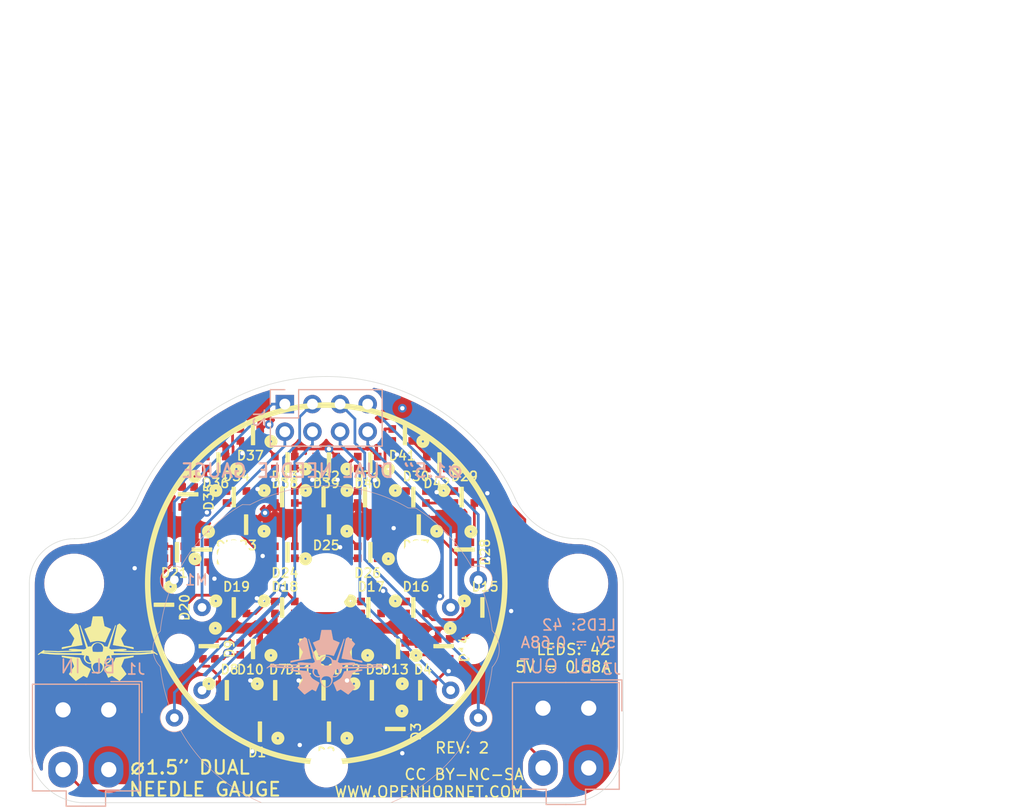
<source format=kicad_pcb>
(kicad_pcb (version 20211014) (generator pcbnew)
  (layers (0 "F.Cu" mixed) (1 "In1.Cu" power) (2 "In2.Cu" power) (31 "B.Cu" mixed) (34 "B.Paste" user) (35 "F.Paste" user) (36 "B.SilkS" user "B.Silkscreen") (37 "F.SilkS" user "F.Silkscreen") (38 "B.Mask" user) (39 "F.Mask" user) (44 "Edge.Cuts" user))
  (net 0 "")
  (net 1 "/COIL4")
  (net 2 "/COIL3")
  (net 3 "/COIL2")
  (net 4 "/COIL1")
  (net 5 "Net-(D1-Pad1)")
  (net 6 "/LED+5V")
  (net 7 "/DIN")
  (net 8 "/LEDGND")
  (net 9 "Net-(D2-Pad1)")
  (net 10 "Net-(D3-Pad1)")
  (net 11 "Net-(D4-Pad1)")
  (net 12 "/DOUT1")
  (net 13 "Net-(D6-Pad1)")
  (net 14 "Net-(D7-Pad1)")
  (net 15 "Net-(D8-Pad1)")
  (net 16 "Net-(D10-Pad3)")
  (net 17 "/DOUT2")
  (net 18 "Net-(D11-Pad1)")
  (net 19 "Net-(D12-Pad1)")
  (net 20 "Net-(D13-Pad1)")
  (net 21 "Net-(D14-Pad1)")
  (net 22 "/DOUT")
  (net 23 "/COIL5")
  (net 24 "/COIL6")
  (net 25 "/COIL7")
  (net 26 "/COIL8")
  (net 27 "Net-(D5-Pad1)")
  (net 28 "Net-(D15-Pad1)")
  (net 29 "Net-(D16-Pad1)")
  (net 30 "Net-(D17-Pad1)")
  (net 31 "Net-(D18-Pad1)")
  (net 32 "Net-(D19-Pad1)")
  (net 33 "Net-(D21-Pad1)")
  (net 34 "Net-(D22-Pad1)")
  (net 35 "Net-(D23-Pad1)")
  (net 36 "Net-(D24-Pad1)")
  (net 37 "Net-(D25-Pad1)")
  (net 38 "Net-(D26-Pad1)")
  (net 39 "Net-(D27-Pad1)")
  (net 40 "Net-(D28-Pad1)")
  (net 41 "Net-(D29-Pad1)")
  (net 42 "/DOUT3")
  (net 43 "Net-(D31-Pad1)")
  (net 44 "Net-(D32-Pad1)")
  (net 45 "Net-(D33-Pad1)")
  (net 46 "Net-(D34-Pad1)")
  (net 47 "Net-(D35-Pad1)")
  (net 48 "Net-(D36-Pad1)")
  (net 49 "Net-(D37-Pad1)")
  (net 50 "Net-(D38-Pad1)")
  (net 51 "Net-(D39-Pad1)")
  (net 52 "/DOUT4")
  (net 53 "Net-(D41-Pad1)")
  (footprint "OH_Footprints:WS2812-2020" (layer "F.Cu") (at 168.222 115.863)
    (fp_text reference "D21")
    (fp_text value "WS2812B-2020" hide)
  )
  (footprint "OH_Footprints:WS2812-2020" (layer "F.Cu") (at 170.762 115.863 90)
    (fp_text reference "D22")
    (fp_text value "WS2812B-2020" hide)
  )
  (footprint "OH_Footprints:WS2812-2020" (layer "F.Cu") (at 174.572 113.323)
    (fp_text reference "D23")
    (fp_text value "WS2812B-2020" hide)
  )
  (footprint "OH_Footprints:WS2812-2020" (layer "F.Cu") (at 178.382 115.863)
    (fp_text reference "D24")
    (fp_text value "WS2812B-2020" hide)
  )
  (footprint "KiCAD Libraries:x40_8798" (layer "F.Cu") (at 182.192 124.753)
    (fp_text reference "M1")
    (fp_text value "X40_8798" hide)
  )
  (footprint "MountingHole:MountingHole_4.5mm" (layer "F.Cu") (at 205.369 118.743)
    (fp_text reference "H2" hide)
    (fp_text value "MountingHole")
  )
  (footprint "MountingHole:MountingHole_4.5mm" (layer "F.Cu") (at 159.014 118.743)
    (fp_text reference "H1" hide)
    (fp_text value "MountingHole")
  )
  (footprint "OH_Footprints:WS2812-2020" (layer "F.Cu") (at 196.797 120.943 180)
    (fp_text reference "D15")
    (fp_text value "WS2812B-2020" hide)
  )
  (footprint "OH_Footprints:WS2812-2020" (layer "F.Cu") (at 175.842 132.373)
    (fp_text reference "D1")
    (fp_text value "WS2812B-2020" hide)
  )
  (footprint "OH_Footprints:WS2812-2020" (layer "F.Cu") (at 182.192 132.373)
    (fp_text reference "D2")
    (fp_text value "WS2812B-2020" hide)
  )
  (footprint "OH_Footprints:WS2812-2020" (layer "F.Cu") (at 188.542 132.373 90)
    (fp_text reference "D3")
    (fp_text value "WS2812B-2020" hide)
  )
  (footprint "OH_Footprints:WS2812-2020" (layer "F.Cu") (at 191.082 128.563 180)
    (fp_text reference "D4")
    (fp_text value "WS2812B-2020" hide)
  )
  (footprint "OH_Footprints:WS2812-2020" (layer "F.Cu") (at 186.637 128.563 180)
    (fp_text reference "D5")
    (fp_text value "WS2812B-2020" hide)
  )
  (footprint "OH_Footprints:WS2812-2020" (layer "F.Cu") (at 182.192 128.563 180)
    (fp_text reference "D6")
    (fp_text value "WS2812B-2020" hide)
  )
  (footprint "OH_Footprints:WS2812-2020" (layer "F.Cu") (at 177.747 128.563 180)
    (fp_text reference "D7")
    (fp_text value "WS2812B-2020" hide)
  )
  (footprint "OH_Footprints:WS2812-2020" (layer "F.Cu") (at 173.302 128.563 180)
    (fp_text reference "D8")
    (fp_text value "WS2812B-2020" hide)
  )
  (footprint "OH_Footprints:WS2812-2020" (layer "F.Cu") (at 171.397 124.753 90)
    (fp_text reference "D9")
    (fp_text value "WS2812B-2020" hide)
  )
  (footprint "OH_Footprints:WS2812-2020" (layer "F.Cu") (at 175.207 124.753)
    (fp_text reference "D10")
    (fp_text value "WS2812B-2020" hide)
  )
  (footprint "OH_Footprints:WS2812-2020" (layer "F.Cu") (at 179.652 124.753)
    (fp_text reference "D11")
    (fp_text value "WS2812B-2020" hide)
  )
  (footprint "OH_Footprints:WS2812-2020" (layer "F.Cu") (at 184.097 124.753)
    (fp_text reference "D12")
    (fp_text value "WS2812B-2020" hide)
  )
  (footprint "OH_Footprints:WS2812-2020" (layer "F.Cu") (at 188.542 124.753)
    (fp_text reference "D13")
    (fp_text value "WS2812B-2020" hide)
  )
  (footprint "OH_Footprints:WS2812-2020" (layer "F.Cu") (at 192.987 124.753 90)
    (fp_text reference "D14")
    (fp_text value "WS2812B-2020" hide)
  )
  (footprint "OH_Footprints:WS2812-2020" (layer "F.Cu") (at 190.447 120.943 180)
    (fp_text reference "D16")
    (fp_text value "WS2812B-2020" hide)
  )
  (footprint "OH_Footprints:WS2812-2020" (layer "F.Cu") (at 178.382 120.943 180)
    (fp_text reference "D18")
    (fp_text value "WS2812B-2020" hide)
  )
  (footprint "OH_Footprints:WS2812-2020" (layer "F.Cu") (at 173.937 120.943 180)
    (fp_text reference "D19")
    (fp_text value "WS2812B-2020" hide)
  )
  (footprint "OH_Footprints:WS2812-2020" (layer "F.Cu") (at 167.269 120.943 90)
    (fp_text reference "D20")
    (fp_text value "WS2812B-2020" hide)
  )
  (footprint "OH_Footprints:WS2812-2020" (layer "F.Cu") (at 186.002 115.863)
    (fp_text reference "D26")
    (fp_text value "WS2812B-2020" hide)
  )
  (footprint "OH_Footprints:WS2812-2020" (layer "F.Cu") (at 190.447 113.323)
    (fp_text reference "D27")
    (fp_text value "WS2812B-2020" hide)
  )
  (footprint "OH_Footprints:WS2812-2020" (layer "F.Cu") (at 194.892 115.863 90)
    (fp_text reference "D28")
    (fp_text value "WS2812B-2020" hide)
  )
  (footprint "OH_Footprints:WS2812-2020" (layer "F.Cu") (at 194.892 110.783 180)
    (fp_text reference "D29")
    (fp_text value "WS2812B-2020" hide)
  )
  (footprint "OH_Footprints:WS2812-2020" (layer "F.Cu") (at 190.447 110.783 180)
    (fp_text reference "D30")
    (fp_text value "WS2812B-2020" hide)
  )
  (footprint "OH_Footprints:WS2812-2020" (layer "F.Cu") (at 182.192 113.323)
    (fp_text reference "D25")
    (fp_text value "WS2812B-2020" hide)
  )
  (footprint "OH_Footprints:WS2812-2020" (layer "F.Cu") (at 186.002 110.783 180)
    (fp_text reference "D31")
    (fp_text value "WS2812B-2020" hide)
  )
  (footprint "OH_Footprints:WS2812-2020" (layer "F.Cu") (at 182.192 110.783 180)
    (fp_text reference "D32")
    (fp_text value "WS2812B-2020" hide)
  )
  (footprint "OH_Footprints:WS2812-2020" (layer "F.Cu") (at 178.382 110.783 180)
    (fp_text reference "D33")
    (fp_text value "WS2812B-2020" hide)
  )
  (footprint "OH_Footprints:WS2812-2020" (layer "F.Cu") (at 173.937 110.783 180)
    (fp_text reference "D34")
    (fp_text value "WS2812B-2020" hide)
  )
  (footprint "OH_Footprints:WS2812-2020" (layer "F.Cu") (at 169.492 110.783 90)
    (fp_text reference "D35")
    (fp_text value "WS2812B-2020" hide)
  )
  (footprint "OH_Footprints:WS2812-2020" (layer "F.Cu") (at 172.032 107.608)
    (fp_text reference "D36")
    (fp_text value "WS2812B-2020" hide)
  )
  (footprint "OH_Footprints:WS2812-2020" (layer "F.Cu") (at 175.207 105.068)
    (fp_text reference "D37")
    (fp_text value "WS2812B-2020" hide)
  )
  (footprint "OH_Footprints:WS2812-2020" (layer "F.Cu") (at 178.382 107.608)
    (fp_text reference "D38")
    (fp_text value "WS2812B-2020" hide)
  )
  (footprint "OH_Footprints:WS2812-2020" (layer "F.Cu") (at 182.192 107.608)
    (fp_text reference "D39")
    (fp_text value "WS2812B-2020" hide)
  )
  (footprint "OH_Footprints:WS2812-2020" (layer "F.Cu") (at 186.002 107.608)
    (fp_text reference "D40")
    (fp_text value "WS2812B-2020" hide)
  )
  (footprint "OH_Footprints:WS2812-2020" (layer "F.Cu") (at 189.177 105.068)
    (fp_text reference "D41")
    (fp_text value "WS2812B-2020" hide)
  )
  (footprint "OH_Footprints:WS2812-2020" (layer "F.Cu") (at 192.352 107.608)
    (fp_text reference "D42")
    (fp_text value "WS2812B-2020" hide)
  )
  (footprint "OH_Footprints:WS2812-2020" (layer "F.Cu") (at 186.319 120.943 180)
    (fp_text reference "D17")
    (fp_text value "WS2812B-2020" hide)
  )
  (footprint "Openhornet:OH_LOGO_ONLY_11x6mm" (layer "F.Cu") (at 161.189341 124.863176)
    (fp_text reference "G***" hide)
    (fp_text value "OH_LOGO_ONLY_11x6mm" hide)
  )
  (footprint "Connector_PinHeader_2.54mm:PinHeader_2x04_P2.54mm_Vertical" (layer "B.Cu") (at 178.382 102.233 -90)
    (fp_text reference "J2")
    (fp_text value "DATA")
  )
  (footprint "OH_Footprints:Molex_Mini-Fit_Jr_5566-04A_2x02_P4.20mm_Vertical" (layer "B.Cu") (at 162.189 130.363 180)
    (fp_text reference "J1")
    (fp_text value "BL IN")
  )
  (footprint "OH_Footprints:Molex_Mini-Fit_Jr_5566-04A_2x02_P4.20mm_Vertical" (layer "B.Cu") (at 206.322 130.21 180)
    (fp_text reference "J3")
    (fp_text value "BL OUT")
  )
  (footprint "Openhornet:OH_LOGO_ONLY_11x6mm" (layer "B.Cu") (at 182.189341 126.113176 180)
    (fp_text reference "G***" hide)
    (fp_text value "OH_LOGO_ONLY_11x6mm" hide)
  )
  (gr_circle (center 182.191841 118.743176) (end 198.612941 118.743176) (layer "F.SilkS") (width 0.5) (fill none))
  (gr_arc (start 164.83636 110.88889) (mid 162.493365 113.603275) (end 159.053518 114.615677) (layer "Edge.Cuts") (width 0.05))
  (gr_arc (start 159.966842 138.909831) (mid 156.37474 137.421933) (end 154.886842 133.829831) (layer "Edge.Cuts") (width 0.05))
  (gr_arc (start 205.369341 114.615677) (mid 208.287924 115.824593) (end 209.49684 118.743176) (layer "Edge.Cuts") (width 0.05))
  (gr_arc (start 209.49684 133.829831) (mid 208.008942 137.421933) (end 204.41684 138.909831) (layer "Edge.Cuts") (width 0.05))
  (gr_line (start 209.49684 118.743176) (end 209.49684 133.829831) (layer "Edge.Cuts") (width 0.05))
  (gr_line (start 159.053518 114.615677) (end 159.014341 114.615677) (layer "Edge.Cuts") (width 0.05))
  (gr_line (start 154.886842 118.743176) (end 154.886842 133.829831) (layer "Edge.Cuts") (width 0.05))
  (gr_arc (start 205.325951 114.615675) (mid 201.886776 113.600991) (end 199.545583 110.885052) (layer "Edge.Cuts") (width 0.05))
  (gr_arc (start 164.836362 110.88889) (mid 182.189735 99.693177) (end 199.545583 110.885052) (layer "Edge.Cuts") (width 0.05))
  (gr_line (start 205.369341 114.615676) (end 205.325951 114.615675) (layer "Edge.Cuts") (width 0.05))
  (gr_arc (start 154.886841 118.743176) (mid 156.095758 115.824593) (end 159.014341 114.615676) (layer "Edge.Cuts") (width 0.05))
  (gr_line (start 159.966842 138.909831) (end 204.41684 138.909831) (layer "Edge.Cuts") (width 0.05))
  (gr_text "⌀1.5” DUAL NEEDLE GAUGE" (at 194.939341 108.363176) (layer "B.SilkS") (effects (font (size 1.25 1.25) (thickness 0.2)) (justify left mirror)))
  (gr_text "LEDS: 42\n5V ⎓ 0.68A" (at 208.939341 123.363176) (layer "B.SilkS") (effects (font (size 1 1)) (justify left mirror)))
  (gr_text "REV: 2" (at 194.689341 133.863176) (layer "F.SilkS") (effects (font (size 1 1))))
  (gr_text "CC BY-NC-SA\nWWW.OPENHORNET.COM" (at 200.439341 137.113176) (layer "F.SilkS") (effects (font (size 1 1)) (justify right)))
  (gr_text "LEDS: 42\n5V ⎓ 0.68A" (at 208.439341 125.613176) (layer "F.SilkS") (effects (font (size 1 1)) (justify right)))
  (gr_text "⌀1.5” DUAL \nNEEDLE GAUGE" (at 163.939341 136.668176) (layer "F.SilkS") (effects (font (size 1.25 1.25) (thickness 0.2)) (justify left)))
  (segment (start 184.826999 103.597999) (end 184.826999 105.817998) (width 0.25) (layer "B.Cu") (net 1))
  (segment (start 196.170576 131.099417) (end 196.170576 127.594411) (width 0.25) (layer "B.Cu") (net 1))
  (segment (start 183.462 102.233) (end 184.826999 103.597999) (width 0.25) (layer "B.Cu") (net 1))
  (segment (start 196.1706 126.9645) (end 196.1706 131.0994) (width 0.25) (layer "B.Cu") (net 1))
  (segment (start 185.7322 106.7232) (end 185.7322 116.5261) (width 0.25) (layer "B.Cu") (net 1))
  (segment (start 184.826999 105.817998) (end 185.7322 106.7232) (width 0.25) (layer "B.Cu") (net 1))
  (segment (start 185.7322 116.5261) (end 196.1706 126.9645) (width 0.25) (layer "B.Cu") (net 1))
  (segment (start 196.170576 112.401576) (end 196.170576 118.399417) (width 0.25) (layer "B.Cu") (net 2))
  (segment (start 186.002 102.233) (end 196.170576 112.401576) (width 0.25) (layer "B.Cu") (net 2))
  (segment (start 179.746999 103.408001) (end 179.746999 105.682602) (width 0.25) (layer "B.Cu") (net 3))
  (segment (start 178.262 118.0598) (end 177.4483 118.8735) (width 0.25) (layer "B.Cu") (net 3))
  (segment (start 180.922 102.233) (end 179.746999 103.408001) (width 0.25) (layer "B.Cu") (net 3))
  (segment (start 177.4483 118.8735) (end 177.4483 119.5582) (width 0.25) (layer "B.Cu") (net 3))
  (segment (start 168.2306 128.7759) (end 168.2306 131.0994) (width 0.25) (layer "B.Cu") (net 3))
  (segment (start 177.4483 119.5582) (end 168.2306 128.7759) (width 0.25) (layer "B.Cu") (net 3))
  (segment (start 179.746999 105.682602) (end 178.262 107.1676) (width 0.25) (layer "B.Cu") (net 3))
  (segment (start 178.262 107.1676) (end 178.262 118.0598) (width 0.25) (layer "B.Cu") (net 3))
  (segment (start 178.382 102.233) (end 177.2067 102.233) (width 0.25) (layer "B.Cu") (net 4))
  (segment (start 168.222 111.2177) (end 168.222 118.393) (width 0.25) (layer "B.Cu") (net 4))
  (segment (start 177.2067 102.233) (end 168.222 111.2177) (width 0.25) (layer "B.Cu") (net 4))
  (segment (start 178.3166 132.923) (end 179.4166 131.823) (width 0.25) (layer "F.Cu") (net 5))
  (segment (start 179.4166 131.823) (end 181.277 131.823) (width 0.25) (layer "F.Cu") (net 5))
  (segment (start 176.757 132.923) (end 178.3166 132.923) (width 0.25) (layer "F.Cu") (net 5))
  (segment (start 176.34626 116.206257) (end 174.013002 113.873) (width 0.25) (layer "F.Cu") (net 6))
  (segment (start 178.662 128.013) (end 179.3373 128.013) (width 0.25) (layer "F.Cu") (net 6))
  (segment (start 183.9417 126.738) (end 183.182 125.9783) (width 0.25) (layer "F.Cu") (net 6))
  (segment (start 197.0045 110.433) (end 196.6823 110.433) (width 0.25) (layer "F.Cu") (net 6))
  (segment (start 185.087 116.413) (end 184.4117 116.413) (width 0.25) (layer "F.Cu") (net 6))
  (segment (start 191.362 120.393) (end 192.0373 120.393) (width 0.25) (layer "F.Cu") (net 6))
  (segment (start 175.8715 110.0452) (end 175.8715 110.0451) (width 0.25) (layer "F.Cu") (net 6))
  (segment (start 179.3373 128.013) (end 179.3373 127.8208) (width 0.25) (layer "F.Cu") (net 6))
  (segment (start 179.4967 127.6614) (end 179.4967 126.738) (width 0.25) (layer "F.Cu") (net 6))
  (segment (start 193.537 125.668) (end 193.537 126.7106) (width 0.25) (layer "F.Cu") (net 6))
  (segment (start 189.182 134.3531) (end 189.092 134.2631) (width 0.25) (layer "F.Cu") (net 6))
  (segment (start 187.234 119.604) (end 187.234 120.393) (width 0.25) (layer "F.Cu") (net 6))
  (segment (start 191.6997 110.233) (end 192.0373 110.233) (width 0.25) (layer "F.Cu") (net 6))
  (segment (start 175.211 127.6614) (end 174.8923 127.9801) (width 0.25) (layer "F.Cu") (net 6))
  (segment (start 198.3126 120.393) (end 199.1919 121.2723) (width 0.25) (layer "F.Cu") (net 6))
  (segment (start 188.6903 106.874) (end 188.6903 106.7216) (width 0.25) (layer "F.Cu") (net 6))
  (segment (start 175.7151 110.0452) (end 175.8715 110.0452) (width 0.25) (layer "F.Cu") (net 6))
  (segment (start 177.467 116.413) (end 176.553002 116.413) (width 0.25) (layer "F.Cu") (net 6))
  (segment (start 179.3373 127.8208) (end 179.4967 127.6614) (width 0.25) (layer "F.Cu") (net 6))
  (segment (start 188.6278 113.6441) (end 188.8567 113.873) (width 0.25) (layer "F.Cu") (net 6))
  (segment (start 184.101 127.6614) (end 183.9417 127.6614) (width 0.25) (layer "F.Cu") (net 6))
  (segment (start 171.312 117.6973) (end 171.312 116.778) (width 0.25) (layer "F.Cu") (net 6))
  (segment (start 173.0884 125.303) (end 172.7234 125.668) (width 0.25) (layer "F.Cu") (net 6))
  (segment (start 183.7823 128.013) (end 183.7823 127.8208) (width 0.25) (layer "F.Cu") (net 6))
  (segment (start 193.4486 126.799) (end 193.211 126.799) (width 0.25) (layer "F.Cu") (net 6))
  (segment (start 195.442 116.778) (end 196.1173 116.778) (width 0.25) (layer "F.Cu") (net 6))
  (segment (start 171.2258 108.9421) (end 171.117 108.8333) (width 0.25) (layer "F.Cu") (net 6))
  (segment (start 197.0738 116.4796) (end 196.4157 116.4796) (width 0.25) (layer "F.Cu") (net 6))
  (segment (start 171.2167 112.197) (end 171.2163 112.197) (width 0.25) (layer "F.Cu") (net 6))
  (segment (start 186.917 109.5011) (end 186.6492 109.2333) (width 0.25) (layer "F.Cu") (net 6))
  (segment (start 192.3441 110.3328) (end 192.1371 110.3328) (width 0.25) (layer "F.Cu") (net 6))
  (segment (start 187.607 126.4189) (end 187.552 126.4739) (width 0.25) (layer "F.Cu") (net 6))
  (segment (start 183.2394 109.1955) (end 183.107 109.3279) (width 0.25) (layer "F.Cu") (net 6))
  (segment (start 171.947 125.668) (end 172.6223 125.668) (width 0.25) (layer "F.Cu") (net 6))
  (segment (start 170.042 111.698) (end 170.7173 111.698) (width 0.25) (layer "F.Cu") (net 6))
  (segment (start 177.467 109.0479) (end 177.467 108.158) (width 0.25) (layer "F.Cu") (net 6))
  (segment (start 175.8119 120.0997) (end 175.5273 120.3843) (width 0.25) (layer "F.Cu") (net 6))
  (segment (start 183.4645 115.3989) (end 181.9523 113.8867) (width 0.25) (layer "F.Cu") (net 6))
  (segment (start 174.292 105.618) (end 174.292 106.2933) (width 0.25) (layer "F.Cu") (net 6))
  (segment (start 171.2258 109.2654) (end 171.2258 108.9421) (width 0.25) (layer "F.Cu") (net 6))
  (segment (start 183.7823 127.8208) (end 183.9417 127.6614) (width 0.25) (layer "F.Cu") (net 6))
  (segment (start 188.262 105.618) (end 188.262 106.2933) (width 0.25) (layer "F.Cu") (net 6))
  (segment (start 187.627 125.303) (end 187.627 126.3989) (width 0.25) (layer "F.Cu") (net 6))
  (segment (start 191.362 110.233) (end 191.6997 110.233) (width 0.25) (layer "F.Cu") (net 6))
  (segment (start 175.5273 110.233) (end 175.7151 110.0452) (width 0.25) (layer "F.Cu") (net 6))
  (segment (start 187.627 126.3989) (end 187.607 126.4189) (width 0.25) (layer "F.Cu") (net 6))
  (segment (start 192.5341 119.8962) (end 192.0373 120.393) (width 0.25) (layer "F.Cu") (net 6))
  (segment (start 188.3901 113.6441) (end 188.6278 113.6441) (width 0.25) (layer "F.Cu") (net 6))
  (segment (start 183.182 125.303) (end 183.182 125.9783) (width 0.25) (layer "F.Cu") (net 6))
  (segment (start 174.852 120.393) (end 175.5273 120.393) (width 0.25) (layer "F.Cu") (net 6))
  (segment (start 181.277 108.8333) (end 181.2672 108.8333) (width 0.25) (layer "F.Cu") (net 6))
  (segment (start 176.553002 116.413) (end 176.34626 116.206257) (width 0.25) (layer "F.Cu") (net 6))
  (segment (start 179.4967 126.738) (end 178.737 125.9783) (width 0.25) (layer "F.Cu") (net 6))
  (segment (start 183.107 109.3279) (end 183.107 110.233) (width 0.25) (layer "F.Cu") (net 6))
  (segment (start 181.2672 108.8333) (end 180.905 109.1955) (width 0.25) (layer "F.Cu") (net 6))
  (segment (start 165.7141 117.3306) (end 166.6317 116.413) (width 0.25) (layer "F.Cu") (net 6))
  (segment (start 179.9265 133.5982) (end 180.6017 132.923) (width 0.25) (layer "F.Cu") (net 6))
  (segment (start 185.5739 108.158) (end 186.6492 109.2333) (width 0.25) (layer "F.Cu") (net 6))
  (segment (start 181.277 132.923) (end 180.6017 132.923) (width 0.25) (layer "F.Cu") (net 6))
  (segment (start 188.6903 106.7216) (end 188.262 106.2933) (width 0.25) (layer "F.Cu") (net 6))
  (segment (start 181.9523 113.8867) (end 181.9523 113.873) (width 0.25) (layer "F.Cu") (net 6))
  (segment (start 174.292 125.303) (end 173.6167 125.303) (width 0.25) (layer "F.Cu") (net 6))
  (segment (start 173.0884 125.1419) (end 173.0884 125.303) (width 0.25) (layer "F.Cu") (net 6))
  (segment (start 171.117 108.158) (end 171.117 108.8333) (width 0.25) (layer "F.Cu") (net 6))
  (segment (start 189.092 134.2631) (end 189.092 133.288) (width 0.25) (layer "F.Cu") (net 6))
  (segment (start 164.5745 117.3306) (end 165.7141 117.3306) (width 0.25) (layer "F.Cu") (net 6))
  (segment (start 174.8923 127.9801) (end 174.8923 128.013) (width 0.25) (layer "F.Cu") (net 6))
  (segment (start 185.087 108.158) (end 185.5739 108.158) (width 0.25) (layer "F.Cu") (net 6))
  (segment (start 189.532 113.873) (end 188.8567 113.873) (width 0.25) (layer "F.Cu") (net 6))
  (segment (start 183.9417 127.6614) (end 183.9417 126.738) (width 0.25) (layer "F.Cu") (net 6))
  (segment (start 175.3845 134.1706) (end 174.927 133.7131) (width 0.25) (layer "F.Cu") (net 6))
  (segment (start 197.712 120.393) (end 198.3126 120.393) (width 0.25) (layer "F.Cu") (net 6))
  (segment (start 178.737 125.303) (end 178.737 125.9783) (width 0.25) (layer "F.Cu") (net 6))
  (segment (start 174.852 110.233) (end 175.5273 110.233) (width 0.25) (layer "F.Cu") (net 6))
  (segment (start 179.297 120.2973) (end 178.1736 119.1739) (width 0.25) (layer "F.Cu") (net 6))
  (segment (start 179.297 120.393) (end 179.297 120.2973) (width 0.25) (layer "F.Cu") (net 6))
  (segment (start 195.807 110.233) (end 196.4823 110.233) (width 0.25) (layer "F.Cu") (net 6))
  (segment (start 174.217 128.013) (end 174.8923 128.013) (width 0.25) (layer "F.Cu") (net 6))
  (segment (start 191.362 110.233) (end 191.362 108.233) (width 0.25) (layer "F.Cu") (net 6))
  (segment (start 177.3194 109.1955) (end 177.467 109.0479) (width 0.25) (layer "F.Cu") (net 6))
  (segment (start 174.4794 106.7508) (end 174.4794 106.4807) (width 0.25) (layer "F.Cu") (net 6))
  (segment (start 174.927 133.7131) (end 174.927 132.923) (width 0.25) (layer "F.Cu") (net 6))
  (segment (start 184.4117 116.3461) (end 184.4117 116.413) (width 0.25) (layer "F.Cu") (net 6))
  (segment (start 175.5273 120.3843) (end 175.5273 120.393) (width 0.25) (layer "F.Cu") (net 6))
  (segment (start 180.3345 109.1955) (end 179.297 110.233) (width 0.25) (layer "F.Cu") (net 6))
  (segment (start 171.2163 112.197) (end 170.7173 111.698) (width 0.25) (layer "F.Cu") (net 6))
  (segment (start 193.211 126.799) (end 191.997 128.013) (width 0.25) (layer "F.Cu") (net 6))
  (segment (start 187.4193 119.4187) (end 187.234 119.604) (width 0.25) (layer "F.Cu") (net 6))
  (segment (start 172.7234 125.668) (end 172.6223 125.668) (width 0.25) (layer "F.Cu") (net 6))
  (segment (start 183.107 128.013) (end 183.7823 128.013) (width 0.25) (layer "F.Cu") (net 6))
  (segment (start 192.6356 119.8962) (end 192.5341 119.8962) (width 0.25) (layer "F.Cu") (net 6))
  (segment (start 186.917 110.233) (end 186.917 109.5011) (width 0.25) (layer "F.Cu") (net 6))
  (segment (start 181.277 113.873) (end 181.9523 113.873) (width 0.25) (layer "F.Cu") (net 6))
  (segment (start 181.277 108.158) (end 181.277 108.8333) (width 0.25) (layer "F.Cu") (net 6))
  (segment (start 193.537 126.7106) (end 193.4486 126.799) (width 0.25) (layer "F.Cu") (net 6))
  (segment (start 167.307 116.413) (end 166.6317 116.413) (width 0.25) (layer "F.Cu") (net 6))
  (segment (start 171.9088 118.2941) (end 171.312 117.6973) (width 0.25) (layer "F.Cu") (net 6))
  (segment (start 196.4157 116.4796) (end 196.1173 116.778) (width 0.25) (layer "F.Cu") (net 6))
  (segment (start 196.6823 110.433) (end 196.4823 110.233) (width 0.25) (layer "F.Cu") (net 6))
  (segment (start 174.4794 106.4807) (end 174.292 106.2933) (width 0.25) (layer "F.Cu") (net 6))
  (segment (start 191.362 108.233) (end 191.437 108.158) (width 0.25) (layer "F.Cu") (net 6))
  (segment (start 187.552 126.4739) (end 187.552 128.013) (width 0.25) (layer "F.Cu") (net 6))
  (segment (start 179.7552 133.5982) (end 179.9265 133.5982) (width 0.25) (layer "F.Cu") (net 6))
  (segment (start 174.013002 113.873) (end 173.657 113.873) (width 0.25) (layer "F.Cu") (net 6))
  (segment (start 192.1371 110.3328) (end 192.0373 110.233) (width 0.25) (layer "F.Cu") (net 6))
  (segment (start 180.905 109.1955) (end 180.3345 109.1955) (width 0.25) (layer "F.Cu") (net 6))
  (segment (start 167.819 121.858) (end 168.934165 121.858) (width 0.25) (layer "F.Cu") (net 6))
  (segment (start 173.0884 125.303) (end 173.6167 125.303) (width 0.25) (layer "F.Cu") (net 6))
  (segment (start 183.4645 115.3989) (end 184.4117 116.3461) (width 0.25) (layer "F.Cu") (net 6))
  (segment (start 179.656 127.6614) (end 179.4967 127.6614) (width 0.25) (layer "F.Cu") (net 6))
  (via (at 188.6903 106.874) (size 0.8) (drill 0.4) (layers "F.Cu" "B.Cu") (net 6))
  (via (at 174.4794 106.7508) (size 0.8) (drill 0.4) (layers "F.Cu" "B.Cu") (net 6))
  (via (at 178.1736 119.1739) (size 0.8) (drill 0.4) (layers "F.Cu" "B.Cu") (net 6))
  (via (at 179.656 127.6614) (size 0.8) (drill 0.4) (layers "F.Cu" "B.Cu") (net 6))
  (via (at 171.9088 118.2941) (size 0.8) (drill 0.4) (layers "F.Cu" "B.Cu") (net 6))
  (via (at 164.5745 117.3306) (size 0.8) (drill 0.4) (layers "F.Cu" "B.Cu") (net 6))
  (via (at 189.182 134.3531) (size 0.8) (drill 0.4) (layers "F.Cu" "B.Cu") (net 6))
  (via (at 175.8119 120.0997) (size 0.8) (drill 0.4) (layers "F.Cu" "B.Cu") (net 6))
  (via (at 199.1919 121.2723) (size 0.8) (drill 0.4) (layers "F.Cu" "B.Cu") (net 6))
  (via (at 188.3901 113.6441) (size 0.8) (drill 0.4) (layers "F.Cu" "B.Cu") (net 6))
  (via (at 176.34626 116.206257) (size 0.8) (drill 0.4) (layers "F.Cu" "B.Cu") (net 6))
  (via (at 175.211 127.6614) (size 0.8) (drill 0.4) (layers "F.Cu" "B.Cu") (net 6))
  (via (at 183.4645 115.3989) (size 0.8) (drill 0.4) (layers "F.Cu" "B.Cu") (net 6))
  (via (at 171.2258 109.2654) (size 0.8) (drill 0.4) (layers "F.Cu" "B.Cu") (net 6))
  (via (at 197.0738 116.4796) (size 0.8) (drill 0.4) (layers "F.Cu" "B.Cu") (net 6))
  (via (at 171.2167 112.197) (size 0.8) (drill 0.4) (layers "F.Cu" "B.Cu") (net 6))
  (via (at 168.934165 121.858) (size 0.8) (drill 0.4) (layers "F.Cu" "B.Cu") (net 6))
  (via (at 192.6356 119.8962) (size 0.8) (drill 0.4) (layers "F.Cu" "B.Cu") (net 6))
  (via (at 192.3441 110.3328) (size 0.8) (drill 0.4) (layers "F.Cu" "B.Cu") (net 6))
  (via (at 184.101 127.6614) (size 0.8) (drill 0.4) (layers "F.Cu" "B.Cu") (net 6))
  (via (at 197.0045 110.433) (size 0.8) (drill 0.4) (layers "F.Cu" "B.Cu") (net 6))
  (via (at 180.905 109.1955) (size 0.8) (drill 0.4) (layers "F.Cu" "B.Cu") (net 6))
  (via (at 193.4486 126.799) (size 0.8) (drill 0.4) (layers "F.Cu" "B.Cu") (net 6))
  (via (at 183.2394 109.1955) (size 0.8) (drill 0.4) (layers "F.Cu" "B.Cu") (net 6))
  (via (at 175.8715 110.0451) (size 0.8) (drill 0.4) (layers "F.Cu" "B.Cu") (net 6))
  (via (at 186.6492 109.2333) (size 0.8) (drill 0.4) (layers "F.Cu" "B.Cu") (net 6))
  (via (at 187.4193 119.4187) (size 0.8) (drill 0.4) (layers "F.Cu" "B.Cu") (net 6))
  (via (at 177.3194 109.1955) (size 0.8) (drill 0.4) (layers "F.Cu" "B.Cu") (net 6))
  (via (at 173.0884 125.1419) (size 0.8) (drill 0.4) (layers "F.Cu" "B.Cu") (net 6))
  (via (at 175.3845 134.1706) (size 0.8) (drill 0.4) (layers "F.Cu" "B.Cu") (net 6))
  (via (at 187.607 126.4189) (size 0.8) (drill 0.4) (layers "F.Cu" "B.Cu") (net 6))
  (via (at 179.7552 133.5982) (size 0.8) (drill 0.4) (layers "F.Cu" "B.Cu") (net 6))
  (segment (start 159.96401 137.83801) (end 168.726988 137.83801) (width 0.25) (layer "F.Cu") (net 7))
  (segment (start 157.989 135.863) (end 159.96401 137.83801) (width 0.25) (layer "F.Cu") (net 7))
  (segment (start 174.741998 131.823) (end 174.927 131.823) (width 0.25) (layer "F.Cu") (net 7))
  (segment (start 168.726988 137.83801) (end 174.741998 131.823) (width 0.25) (layer "F.Cu") (net 7))
  (segment (start 176.563082 112.236917) (end 177.467 111.333) (width 0.6096) (layer "F.Cu") (net 8))
  (segment (start 176.122 104.518) (end 176.284517 104.518) (width 0.25) (layer "F.Cu") (net 8))
  (segment (start 180.905642 111.333) (end 180.050841 112.187801) (width 0.6096) (layer "F.Cu") (net 8))
  (segment (start 182.521801 112.187801) (end 183.107 112.773) (width 0.6096) (layer "F.Cu") (net 8))
  (segment (start 176.027 112.773) (end 176.563082 112.236917) (width 0.6096) (layer "F.Cu") (net 8))
  (segment (start 181.277 111.333) (end 180.905642 111.333) (width 0.6096) (layer "F.Cu") (net 8))
  (segment (start 184.232199 112.187801) (end 185.087 111.333) (width 0.6096) (layer "F.Cu") (net 8))
  (segment (start 172.947 106.120835) (end 172.189341 105.363176) (width 0.6096) (layer "F.Cu") (net 8))
  (segment (start 192.437 123.238) (end 192.437 123.838) (width 0.25) (layer "F.Cu") (net 8))
  (segment (start 188.189341 130.113176) (end 189.939341 130.113176) (width 0.25) (layer "F.Cu") (net 8))
  (segment (start 186.917 115.313) (end 186.917 114.340835) (width 0.25) (layer "F.Cu") (net 8))
  (segment (start 187.930014 112.187801) (end 188.784815 111.333) (width 0.6096) (layer "F.Cu") (net 8))
  (segment (start 187.992 131.458) (end 187.992 130.310517) (width 0.25) (layer "F.Cu") (net 8))
  (segment (start 180.050841 112.187801) (end 178.321801 112.187801) (width 0.6096) (layer "F.Cu") (net 8))
  (segment (start 189.922 111.333) (end 191.362 112.773) (width 0.6096) (layer "F.Cu") (net 8))
  (segment (start 176.284517 104.518) (end 176.689341 104.113176) (width 0.25) (layer "F.Cu") (net 8))
  (segment (start 185.087 111.333) (end 185.941801 112.187801) (width 0.6096) (layer "F.Cu") (net 8))
  (segment (start 175.487 112.773) (end 176.027 112.773) (width 0.6096) (layer "F.Cu") (net 8))
  (segment (start 187.992 130.310517) (end 188.189341 130.113176) (width 0.25) (layer "F.Cu") (net 8))
  (segment (start 183.107 107.058) (end 182.884165 107.058) (width 0.25) (layer "F.Cu") (net 8))
  (segment (start 179.297 115.313) (end 179.297 114.470835) (width 0.25) (layer "F.Cu") (net 8))
  (segment (start 188.784815 111.333) (end 189.532 111.333) (width 0.6096) (layer "F.Cu") (net 8))
  (segment (start 182.131801 112.187801) (end 182.521801 112.187801) (width 0.6096) (layer "F.Cu") (net 8))
  (segment (start 179.297 107.058) (end 179.297 106.458) (width 0.25) (layer "F.Cu") (net 8))
  (segment (start 186.917 107.058) (end 186.222176 106.363176) (width 0.25) (layer "F.Cu") (net 8))
  (segment (start 173.022 111.333) (end 173.622 111.333) (width 0.25) (layer "F.Cu") (net 8))
  (segment (start 195.882 121.493) (end 194.85169 122.52331) (width 0.25) (layer "F.Cu") (net 8))
  (segment (start 179.391824 106.363176) (end 182.439341 106.363176) (width 0.25) (layer "F.Cu") (net 8))
  (segment (start 179.297 106.458) (end 179.391824 106.363176) (width 0.25) (layer "F.Cu") (net 8))
  (segment (start 175.062 112.773) (end 175.487 112.773) (width 0.25) (layer "F.Cu") (net 8))
  (segment (start 182.131801 112.187801) (end 184.232199 112.187801) (width 0.6096) (layer "F.Cu") (net 8))
  (segment (start 178.321801 112.187801) (end 177.467 111.333) (width 0.6096) (layer "F.Cu") (net 8))
  (segment (start 190.167 129.885517) (end 190.167 129.113) (width 0.25) (layer "F.Cu") (net 8))
  (segment (start 181.277 111.333) (end 182.131801 112.187801) (width 0.6096) (layer "F.Cu") (net 8))
  (segment (start 173.622 111.333) (end 175.062 112.773) (width 0.25) (layer "F.Cu") (net 8))
  (segment (start 189.939341 130.113176) (end 190.167 129.885517) (width 0.25) (layer "F.Cu") (net 8))
  (segment (start 183.107 107.030835) (end 182.439341 106.363176) (width 0.25) (layer "F.Cu") (net 8))
  (segment (start 194.85169 122.52331) (end 193.15169 122.52331) (width 0.25) (layer "F.Cu") (net 8))
  (segment (start 172.947 107.058) (end 172.947 106.120835) (width 0.6096) (layer "F.Cu") (net 8))
  (segment (start 176.689341 104.113176) (end 176.939341 104.113176) (width 0.25) (layer "F.Cu") (net 8))
  (segment (start 193.15169 122.52331) (end 192.437 123.238) (width 0.25) (layer "F.Cu") (net 8))
  (segment (start 189.532 111.333) (end 189.922 111.333) (width 0.6096) (layer "F.Cu") (net 8))
  (segment (start 186.917 114.340835) (end 186.189341 113.613176) (width 0.25) (layer "F.Cu") (net 8))
  (segment (start 186.222176 106.363176) (end 182.439341 106.363176) (width 0.25) (layer "F.Cu") (net 8))
  (segment (start 185.941801 112.187801) (end 187.930014 112.187801) (width 0.6096) (layer "F.Cu") (net 8))
  (segment (start 179.297 114.470835) (end 178.439341 113.613176) (width 0.25) (layer "F.Cu") (net 8))
  (segment (start 183.107 107.058) (end 183.107 107.030835) (width 0.25) (layer "F.Cu") (net 8))
  (via (at 182.439341 106.363176) (size 0.8) (drill 0.4) (layers "F.Cu" "B.Cu") (net 8))
  (via (at 176.563082 112.236917) (size 0.8) (drill 0.4) (layers "F.Cu" "B.Cu") (net 8))
  (via (at 189.189341 102.613176) (size 0.8) (drill 0.4) (layers "F.Cu" "B.Cu") (net 8))
  (via (at 176.939341 104.113176) (size 0.8) (drill 0.4) (layers "F.Cu" "B.Cu") (net 8))
  (segment (start 183.107 132.923) (end 186.9517 132.923) (width 0.25) (layer "F.Cu") (net 9))
  (segment (start 187.992 133.288) (end 187.3167 133.288) (width 0.25) (layer "F.Cu") (net 9))
  (segment (start 186.9517 132.923) (end 187.3167 133.288) (width 0.25) (layer "F.Cu") (net 9))
  (segment (start 189.652 131.458) (end 191.997 129.113) (width 0.25) (layer "F.Cu") (net 10))
  (segment (start 189.092 131.458) (end 189.652 131.458) (width 0.25) (layer "F.Cu") (net 10))
  (segment (start 190.167 128.013) (end 189.4917 128.013) (width 0.25) (layer "F.Cu") (net 11))
  (segment (start 188.3917 129.113) (end 187.552 129.113) (width 0.25) (layer "F.Cu") (net 11))
  (segment (start 189.4917 128.013) (end 188.3917 129.113) (width 0.25) (layer "F.Cu") (net 11))
  (segment (start 177.8973 124.203) (end 178.737 124.203) (width 0.25) (layer "F.Cu") (net 12))
  (segment (start 176.7973 125.303) (end 177.8973 124.203) (width 0.25) (layer "F.Cu") (net 12))
  (segment (start 176.122 125.303) (end 176.7973 125.303) (width 0.25) (layer "F.Cu") (net 12))
  (segment (start 181.277 128.013) (end 180.6017 128.013) (width 0.25) (layer "F.Cu") (net 13))
  (segment (start 180.6017 128.013) (end 179.5017 129.113) (width 0.25) (layer "F.Cu") (net 13))
  (segment (start 179.5017 129.113) (end 178.662 129.113) (width 0.25) (layer "F.Cu") (net 13))
  (segment (start 176.832 128.013) (end 176.1567 128.013) (width 0.25) (layer "F.Cu") (net 14))
  (segment (start 175.0567 129.113) (end 174.217 129.113) (width 0.25) (layer "F.Cu") (net 14))
  (segment (start 176.1567 128.013) (end 175.0567 129.113) (width 0.25) (layer "F.Cu") (net 14))
  (segment (start 171.3926 126.3433) (end 170.847 126.3433) (width 0.25) (layer "F.Cu") (net 15))
  (segment (start 170.847 125.668) (end 170.847 126.3433) (width 0.25) (layer "F.Cu") (net 15))
  (segment (start 172.387 127.3377) (end 171.3926 126.3433) (width 0.25) (layer "F.Cu") (net 15))
  (segment (start 172.387 128.013) (end 172.387 127.3377) (width 0.25) (layer "F.Cu") (net 15))
  (segment (start 171.947 123.838) (end 173.2517 123.838) (width 0.25) (layer "F.Cu") (net 16))
  (segment (start 174.292 124.203) (end 173.6167 124.203) (width 0.25) (layer "F.Cu") (net 16))
  (segment (start 173.2517 123.838) (end 173.6167 124.203) (width 0.25) (layer "F.Cu") (net 16))
  (segment (start 167.819 119.9134) (end 167.0822 119.1766) (width 0.25) (layer "F.Cu") (net 17))
  (segment (start 167.9823 116.999) (end 167.9823 115.313) (width 0.25) (layer "F.Cu") (net 17))
  (segment (start 167.819 120.028) (end 167.819 119.9134) (width 0.25) (layer "F.Cu") (net 17))
  (segment (start 167.0822 119.1766) (end 167.0822 117.8991) (width 0.25) (layer "F.Cu") (net 17))
  (segment (start 167.307 115.313) (end 167.9823 115.313) (width 0.25) (layer "F.Cu") (net 17))
  (segment (start 167.0822 117.8991) (end 167.9823 116.999) (width 0.25) (layer "F.Cu") (net 17))
  (segment (start 180.567 125.303) (end 181.2423 125.303) (width 0.25) (layer "F.Cu") (net 18))
  (segment (start 182.3423 124.203) (end 183.182 124.203) (width 0.25) (layer "F.Cu") (net 18))
  (segment (start 181.2423 125.303) (end 182.3423 124.203) (width 0.25) (layer "F.Cu") (net 18))
  (segment (start 186.7873 124.203) (end 187.627 124.203) (width 0.25) (layer "F.Cu") (net 19))
  (segment (start 185.012 125.303) (end 185.6873 125.303) (width 0.25) (layer "F.Cu") (net 19))
  (segment (start 185.6873 125.303) (end 186.7873 124.203) (width 0.25) (layer "F.Cu") (net 19))
  (segment (start 191.3967 125.303) (end 191.7617 125.668) (width 0.25) (layer "F.Cu") (net 20))
  (segment (start 192.437 125.668) (end 191.7617 125.668) (width 0.25) (layer "F.Cu") (net 20))
  (segment (start 189.457 125.303) (end 191.3967 125.303) (width 0.25) (layer "F.Cu") (net 20))
  (segment (start 194.822002 123.838) (end 197.167002 121.493) (width 0.25) (layer "F.Cu") (net 21))
  (segment (start 197.167002 121.493) (end 197.712 121.493) (width 0.25) (layer "F.Cu") (net 21))
  (segment (start 193.537 123.838) (end 194.822002 123.838) (width 0.25) (layer "F.Cu") (net 21))
  (segment (start 200.4467 133.370535) (end 200.4467 112.8492) (width 0.25) (layer "F.Cu") (net 22))
  (segment (start 200.4467 112.8492) (end 195.7555 108.158) (width 0.25) (layer "F.Cu") (net 22))
  (segment (start 202.122 135.71) (end 202.122 135.045835) (width 0.25) (layer "F.Cu") (net 22))
  (segment (start 195.7555 108.158) (end 193.267 108.158) (width 0.25) (layer "F.Cu") (net 22))
  (segment (start 202.122 135.045835) (end 200.4467 133.370535) (width 0.25) (layer "F.Cu") (net 22))
  (segment (start 178.382 106.0575) (end 178.382 105.9483) (width 0.25) (layer "B.Cu") (net 23))
  (segment (start 178.382 104.773) (end 178.382 105.9483) (width 0.25) (layer "B.Cu") (net 23))
  (segment (start 170.7706 120.9394) (end 170.7706 113.6689) (width 0.25) (layer "B.Cu") (net 23))
  (segment (start 170.7706 113.6689) (end 178.382 106.0575) (width 0.25) (layer "B.Cu") (net 23))
  (segment (start 179.2988 107.5715) (end 179.2988 120.0312) (width 0.25) (layer "B.Cu") (net 24))
  (segment (start 179.2988 120.0312) (end 170.7706 128.5594) (width 0.25) (layer "B.Cu") (net 24))
  (segment (start 180.922 105.9483) (end 179.2988 107.5715) (width 0.25) (layer "B.Cu") (net 24))
  (segment (start 180.922 104.773) (end 180.922 105.9483) (width 0.25) (layer "B.Cu") (net 24))
  (segment (start 186.002 104.773) (end 186.002 105.9483) (width 0.25) (layer "B.Cu") (net 25))
  (segment (start 193.6306 113.5769) (end 193.6306 120.9394) (width 0.25) (layer "B.Cu") (net 25))
  (segment (start 186.002 105.9483) (end 193.6306 113.5769) (width 0.25) (layer "B.Cu") (net 25))
  (segment (start 193.6306 128.5594) (end 185.2818 120.2106) (width 0.25) (layer "B.Cu") (net 26))
  (segment (start 183.462 104.773) (end 183.462 105.9483) (width 0.25) (layer "B.Cu") (net 26))
  (segment (start 185.2818 107.7681) (end 183.462 105.9483) (width 0.25) (layer "B.Cu") (net 26))
  (segment (start 185.2818 120.2106) (end 185.2818 107.7681) (width 0.25) (layer "B.Cu") (net 26))
  (segment (start 183.9467 129.113) (end 183.107 129.113) (width 0.25) (layer "F.Cu") (net 27))
  (segment (start 185.0467 128.013) (end 183.9467 129.113) (width 0.25) (layer "F.Cu") (net 27))
  (segment (start 185.722 128.013) (end 185.0467 128.013) (width 0.25) (layer "F.Cu") (net 27))
  (segment (start 194.755577 120.919423) (end 194.755577 121.479418) (width 0.25) (layer "F.Cu") (net 28))
  (segment (start 195.282 120.393) (end 194.755577 120.919423) (width 0.25) (layer "F.Cu") (net 28))
  (segment (start 191.933418 122.064418) (end 191.362 121.493) (width 0.25) (layer "F.Cu") (net 28))
  (segment (start 194.170577 122.064418) (end 191.933418 122.064418) (width 0.25) (layer "F.Cu") (net 28))
  (segment (start 194.755577 121.479418) (end 194.170577 122.064418) (width 0.25) (layer "F.Cu") (net 28))
  (segment (start 195.882 120.393) (end 195.282 120.393) (width 0.25) (layer "F.Cu") (net 28))
  (segment (start 187.234 121.493) (end 188.246998 121.493) (width 0.25) (layer "F.Cu") (net 29))
  (segment (start 189.346998 120.393) (end 189.532 120.393) (width 0.25) (layer "F.Cu") (net 29))
  (segment (start 188.246998 121.493) (end 189.346998 120.393) (width 0.25) (layer "F.Cu") (net 29))
  (segment (start 184.7287 120.393) (end 183.6287 121.493) (width 0.25) (layer "F.Cu") (net 30))
  (segment (start 185.404 120.393) (end 184.7287 120.393) (width 0.25) (layer "F.Cu") (net 30))
  (segment (start 183.6287 121.493) (end 179.297 121.493) (width 0.25) (layer "F.Cu") (net 30))
  (segment (start 177.467 120.393) (end 176.7917 120.393) (width 0.25) (layer "F.Cu") (net 31))
  (segment (start 176.7917 120.393) (end 175.6917 121.493) (width 0.25) (layer "F.Cu") (net 31))
  (segment (start 175.6917 121.493) (end 174.852 121.493) (width 0.25) (layer "F.Cu") (net 31))
  (segment (start 166.719 121.258) (end 167.113824 120.863176) (width 0.25) (layer "F.Cu") (net 32))
  (segment (start 170.230575 119.814416) (end 172.443416 119.814416) (width 0.25) (layer "F.Cu") (net 32))
  (segment (start 172.443416 119.814416) (end 173.022 120.393) (width 0.25) (layer "F.Cu") (net 32))
  (segment (start 169.181815 120.863176) (end 170.230575 119.814416) (width 0.25) (layer "F.Cu") (net 32))
  (segment (start 167.113824 120.863176) (end 169.181815 120.863176) (width 0.25) (layer "F.Cu") (net 32))
  (segment (start 166.719 121.858) (end 166.719 121.258) (width 0.25) (layer "F.Cu") (net 32))
  (segment (start 170.212 116.778) (end 169.5367 116.778) (width 0.25) (layer "F.Cu") (net 33))
  (segment (start 169.1717 116.413) (end 169.5367 116.778) (width 0.25) (layer "F.Cu") (net 33))
  (segment (start 169.137 116.413) (end 169.1717 116.413) (width 0.25) (layer "F.Cu") (net 33))
  (segment (start 171.312 114.948) (end 171.9873 114.948) (width 0.25) (layer "F.Cu") (net 34))
  (segment (start 171.9873 113.7674) (end 172.9817 112.773) (width 0.25) (layer "F.Cu") (net 34))
  (segment (start 171.9873 114.948) (end 171.9873 113.7674) (width 0.25) (layer "F.Cu") (net 34))
  (segment (start 173.657 112.773) (end 172.9817 112.773) (width 0.25) (layer "F.Cu") (net 34))
  (segment (start 176.027 113.873) (end 177.467 115.313) (width 0.25) (layer "F.Cu") (net 35))
  (segment (start 175.487 113.873) (end 176.027 113.873) (width 0.25) (layer "F.Cu") (net 35))
  (segment (start 181.091998 112.773) (end 181.277 112.773) (width 0.25) (layer "F.Cu") (net 36))
  (segment (start 179.897 116.413) (end 180.189341 116.120659) (width 0.25) (layer "F.Cu") (net 36))
  (segment (start 179.297 116.413) (end 179.897 116.413) (width 0.25) (layer "F.Cu") (net 36))
  (segment (start 180.189341 113.675657) (end 181.091998 112.773) (width 0.25) (layer "F.Cu") (net 36))
  (segment (start 180.189341 116.120659) (end 180.189341 113.675657) (width 0.25) (layer "F.Cu") (net 36))
  (segment (start 183.107 113.873) (end 183.647 113.873) (width 0.25) (layer "F.Cu") (net 37))
  (segment (start 183.647 113.873) (end 185.087 115.313) (width 0.25) (layer "F.Cu") (net 37))
  (segment (start 187.5923 113.4162) (end 187.5923 116.413) (width 0.25) (layer "F.Cu") (net 38))
  (segment (start 189.532 112.773) (end 188.8567 112.773) (width 0.25) (layer "F.Cu") (net 38))
  (segment (start 186.917 116.413) (end 187.5923 116.413) (width 0.25) (layer "F.Cu") (net 38))
  (segment (start 188.8567 112.773) (end 188.2355 112.773) (width 0.25) (layer "F.Cu") (net 38))
  (segment (start 188.2355 112.773) (end 187.5923 113.4162) (width 0.25) (layer "F.Cu") (net 38))
  (segment (start 194.342 116.778) (end 194.342 116.1027) (width 0.25) (layer "F.Cu") (net 39))
  (segment (start 192.0373 113.873) (end 194.267 116.1027) (width 0.25) (layer "F.Cu") (net 39))
  (segment (start 191.362 113.873) (end 192.0373 113.873) (width 0.25) (layer "F.Cu") (net 39))
  (segment (start 194.267 116.1027) (end 194.342 116.1027) (width 0.25) (layer "F.Cu") (net 39))
  (segment (start 195.442 114.948) (end 195.442 114.2727) (width 0.25) (layer "F.Cu") (net 40))
  (segment (start 195.442 114.2727) (end 195.807 113.9077) (width 0.25) (layer "F.Cu") (net 40))
  (segment (start 195.807 113.9077) (end 195.807 111.333) (width 0.25) (layer "F.Cu") (net 40))
  (segment (start 193.791998 110.233) (end 193.977 110.233) (width 0.25) (layer "F.Cu") (net 41))
  (segment (start 192.691998 111.333) (end 193.791998 110.233) (width 0.25) (layer "F.Cu") (net 41))
  (segment (start 191.362 111.333) (end 192.691998 111.333) (width 0.25) (layer "F.Cu") (net 41))
  (segment (start 189.532 110.233) (end 188.8567 110.233) (width 0.25) (layer "F.Cu") (net 42))
  (segment (start 187.7567 111.333) (end 186.917 111.333) (width 0.25) (layer "F.Cu") (net 42))
  (segment (start 188.8567 110.233) (end 187.7567 111.333) (width 0.25) (layer "F.Cu") (net 42))
  (segment (start 183.801998 111.333) (end 184.901998 110.233) (width 0.25) (layer "F.Cu") (net 43))
  (segment (start 184.901998 110.233) (end 185.087 110.233) (width 0.25) (layer "F.Cu") (net 43))
  (segment (start 183.107 111.333) (end 183.801998 111.333) (width 0.25) (layer "F.Cu") (net 43))
  (segment (start 179.297 111.333) (end 180.014958 111.333) (width 0.25) (layer "F.Cu") (net 44))
  (segment (start 180.014958 111.333) (end 181.114958 110.233) (width 0.25) (layer "F.Cu") (net 44))
  (segment (start 181.114958 110.233) (end 181.277 110.233) (width 0.25) (layer "F.Cu") (net 44))
  (segment (start 175.6917 111.333) (end 174.852 111.333) (width 0.25) (layer "F.Cu") (net 45))
  (segment (start 177.467 110.233) (end 176.7917 110.233) (width 0.25) (layer "F.Cu") (net 45))
  (segment (start 176.7917 110.233) (end 175.6917 111.333) (width 0.25) (layer "F.Cu") (net 45))
  (segment (start 168.942 111.698) (end 168.942 111.0227) (width 0.25) (layer "F.Cu") (net 46))
  (segment (start 173.022 110.233) (end 172.3467 110.233) (width 0.25) (layer "F.Cu") (net 46))
  (segment (start 172.3467 110.233) (end 171.557 111.0227) (width 0.25) (layer "F.Cu") (net 46))
  (segment (start 171.557 111.0227) (end 168.942 111.0227) (width 0.25) (layer "F.Cu") (net 46))
  (segment (start 171.117 107.058) (end 170.517 107.058) (width 0.25) (layer "F.Cu") (net 47))
  (segment (start 170.517 107.058) (end 170.042 107.533) (width 0.25) (layer "F.Cu") (net 47))
  (segment (start 170.042 107.533) (end 170.042 109.868) (width 0.25) (layer "F.Cu") (net 47))
  (segment (start 173.622001 107.668001) (end 173.132002 108.158) (width 0.25) (layer "F.Cu") (net 48))
  (segment (start 173.132002 108.158) (end 172.947 108.158) (width 0.25) (layer "F.Cu") (net 48))
  (segment (start 173.622001 106.158369) (end 173.622001 107.668001) (width 0.25) (layer "F.Cu") (net 48))
  (segment (start 173.576808 106.113176) (end 173.622001 106.158369) (width 0.25) (layer "F.Cu") (net 48))
  (segment (start 173.692 104.518) (end 173.576808 104.633192) (width 0.25) (layer "F.Cu") (net 48))
  (segment (start 174.292 104.518) (end 173.692 104.518) (width 0.25) (layer "F.Cu") (net 48))
  (segment (start 173.576808 104.633192) (end 173.576808 106.113176) (width 0.25) (layer "F.Cu") (net 48))
  (segment (start 177.467 107.058) (end 177.467 106.963) (width 0.25) (layer "F.Cu") (net 49))
  (segment (start 177.467 106.963) (end 176.122 105.618) (width 0.25) (layer "F.Cu") (net 49))
  (segment (start 179.991998 108.158) (end 181.091998 107.058) (width 0.25) (layer "F.Cu") (net 50))
  (segment (start 181.091998 107.058) (end 181.277 107.058) (width 0.25) (layer "F.Cu") (net 50))
  (segment (start 179.297 108.158) (end 179.991998 108.158) (width 0.25) (layer "F.Cu") (net 50))
  (segment (start 183.107 108.158) (end 183.801998 108.158) (width 0.25) (layer "F.Cu") (net 51))
  (segment (start 184.901998 107.058) (end 185.087 107.058) (width 0.25) (layer "F.Cu") (net 51))
  (segment (start 183.801998 108.158) (end 184.901998 107.058) (width 0.25) (layer "F.Cu") (net 51))
  (segment (start 188.262 104.518) (end 187.5867 104.518) (width 0.25) (layer "F.Cu") (net 52))
  (segment (start 187.5923 106.3883) (end 187.5867 106.3827) (width 0.25) (layer "F.Cu") (net 52))
  (segment (start 187.5923 108.158) (end 187.5923 106.3883) (width 0.25) (layer "F.Cu") (net 52))
  (segment (start 187.5867 106.3827) (end 187.5867 104.518) (width 0.25) (layer "F.Cu") (net 52))
  (segment (start 186.917 108.158) (end 187.5923 108.158) (width 0.25) (layer "F.Cu") (net 52))
  (segment (start 191.437 107.058) (end 191.437 106.963) (width 0.25) (layer "F.Cu") (net 53))
  (segment (start 191.437 106.963) (end 190.092 105.618) (width 0.25) (layer "F.Cu") (net 53))
  (zone (net 8) (net_name "/LEDGND") (layer "F.Cu") (connect_pads (clearance 0.508)) (min_thickness 0.254) (fill yes (thermal_gap 0.508) (thermal_bridge_width 0.508))
    (polygon (pts (xy 212.191841 139.752866) (xy 152.191841 139.752866) (xy 152.191841 94.752866) (xy 212.191841 94.752866)))
  )
  (zone (net 6) (net_name "/LED+5V") (layer "B.Cu") (connect_pads (clearance 0.508)) (min_thickness 0.254) (fill yes (thermal_gap 0.508) (thermal_bridge_width 0.508))
    (polygon (pts (xy 212.191841 139.752866) (xy 152.191841 139.752866) (xy 152.191841 94.752866) (xy 212.191841 94.752866)))
  )
)
</source>
